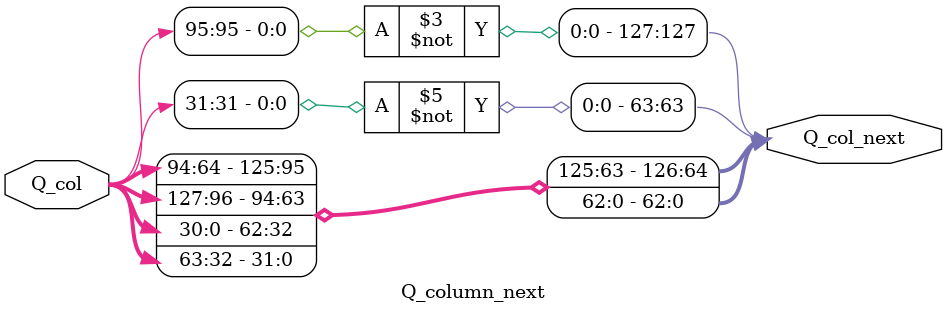
<source format=v>
module Q_column_next(
    output [127:0] Q_col_next,
    input [127:0] Q_col    
);
assign Q_col_next[127:96] = {1'b1 ^ Q_col[95], Q_col[94:64]};
assign Q_col_next[95:64] = Q_col[127:96];
assign Q_col_next[63:32] = {1'b1 ^ Q_col[31], Q_col[30:0]};
assign Q_col_next[31:0] = Q_col[63:32];


endmodule

</source>
